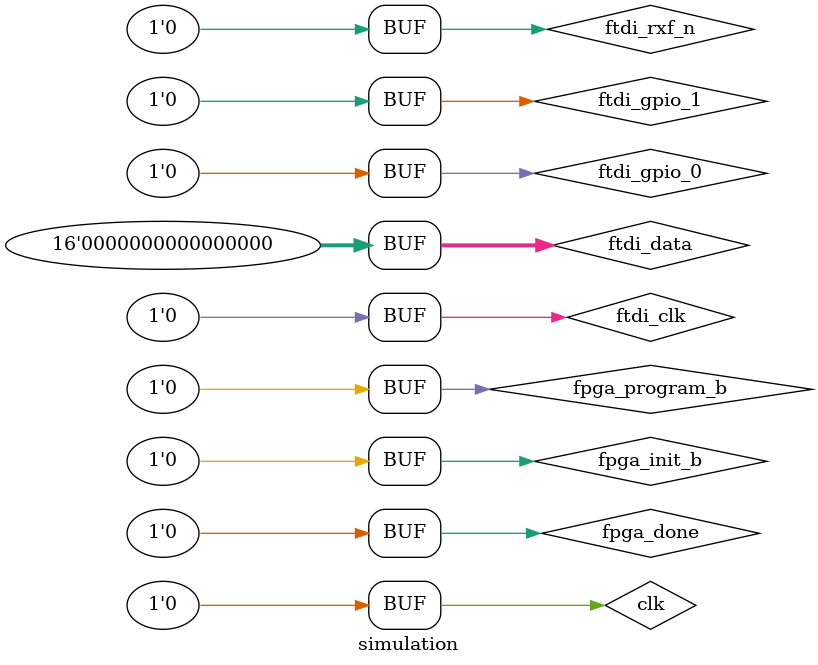
<source format=v>
`timescale 1ns / 1ps


module simulation;

	// Inputs
	reg clk;
	reg fpga_done;
	reg fpga_init_b;
	reg fpga_program_b;
	reg ftdi_clk;
	reg [15:0] ftdi_data;
	reg ftdi_rxf_n;
	reg ftdi_gpio_0;
	reg ftdi_gpio_1;

	// Outputs
	wire fpga_bl_clk;
	wire fpga_bl_data;
	wire dbg;
	wire ftdi_rd_n;

	// Instantiate the Unit Under Test (UUT)
	bootloader uut (
		.clk(clk), 
		.fpga_done(fpga_done), 
		.fpga_bl_clk(fpga_bl_clk), 
		.fpga_bl_data(fpga_bl_data), 
		.fpga_init_b(fpga_init_b), 
		.fpga_program_b(fpga_program_b), 
		.ftdi_clk(ftdi_clk), 
		.ftdi_data(ftdi_data), 
		.dbg(dbg), 
		.ftdi_rxf_n(ftdi_rxf_n), 
		.ftdi_rd_n(ftdi_rd_n), 
		.ftdi_gpio_0(ftdi_gpio_0), 
		.ftdi_gpio_1(ftdi_gpio_1)
	);

	initial begin
		// Initialize Inputs
		clk = 0;
		fpga_done = 0;
		fpga_init_b = 0;
		fpga_program_b = 0;
		ftdi_clk = 0;
		ftdi_data = 0;
		ftdi_rxf_n = 0;
		ftdi_gpio_0 = 0;
		ftdi_gpio_1 = 0;

		ftdi_clk = 1;
		#100;
		ftdi_rxf_n = 0;
		ftdi_clk = 0;
		#100;
		ftdi_clk = 1;
		#100;
		ftdi_clk = 0;
		#100;

		repeat(1024) begin
		// Wait 100 ns for global reset to finish
		ftdi_clk = 1;
		#100;
		ftdi_clk = 0;
		#100;
      end
		// Add stimulus here

	end
      
endmodule


</source>
